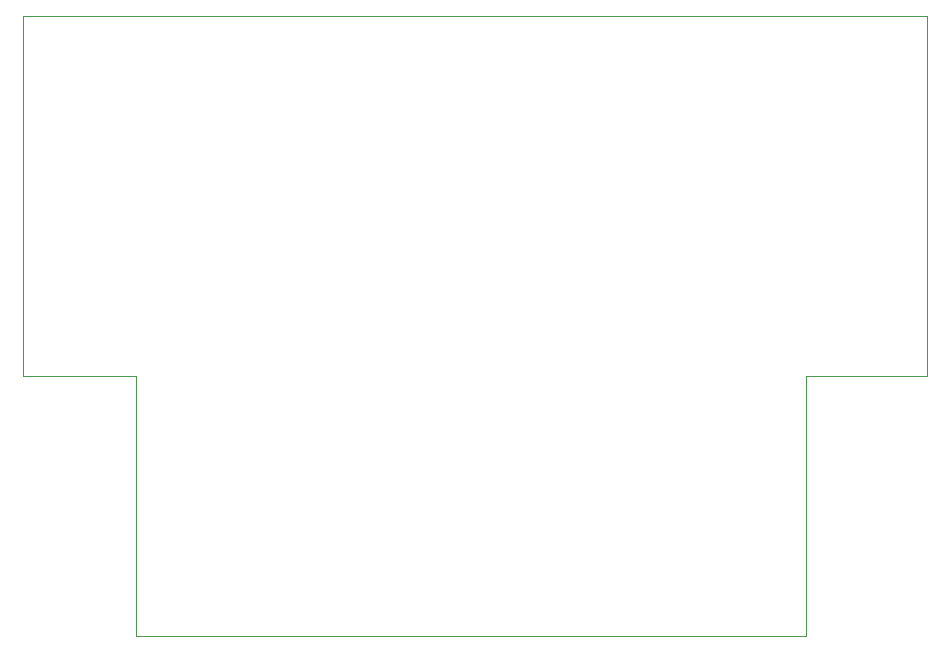
<source format=gbr>
G04 #@! TF.GenerationSoftware,KiCad,Pcbnew,(7.0.0-0)*
G04 #@! TF.CreationDate,2023-03-11T20:56:30+00:00*
G04 #@! TF.ProjectId,EXT80A,45585438-3041-42e6-9b69-6361645f7063,rev?*
G04 #@! TF.SameCoordinates,Original*
G04 #@! TF.FileFunction,Legend,Bot*
G04 #@! TF.FilePolarity,Positive*
%FSLAX46Y46*%
G04 Gerber Fmt 4.6, Leading zero omitted, Abs format (unit mm)*
G04 Created by KiCad (PCBNEW (7.0.0-0)) date 2023-03-11 20:56:30*
%MOMM*%
%LPD*%
G01*
G04 APERTURE LIST*
%ADD10C,0.120000*%
G04 APERTURE END LIST*
D10*
X124250000Y-101750000D02*
X124250000Y-71250000D01*
X133750000Y-101750000D02*
X124250000Y-101750000D01*
X133750000Y-123750000D02*
X133750000Y-101750000D01*
X190500000Y-123750000D02*
X133750000Y-123750000D01*
X190500000Y-101750000D02*
X190500000Y-123750000D01*
X200750000Y-101750000D02*
X190500000Y-101750000D01*
X200750000Y-71250000D02*
X200750000Y-101750000D01*
X124250000Y-71250000D02*
X200750000Y-71250000D01*
M02*

</source>
